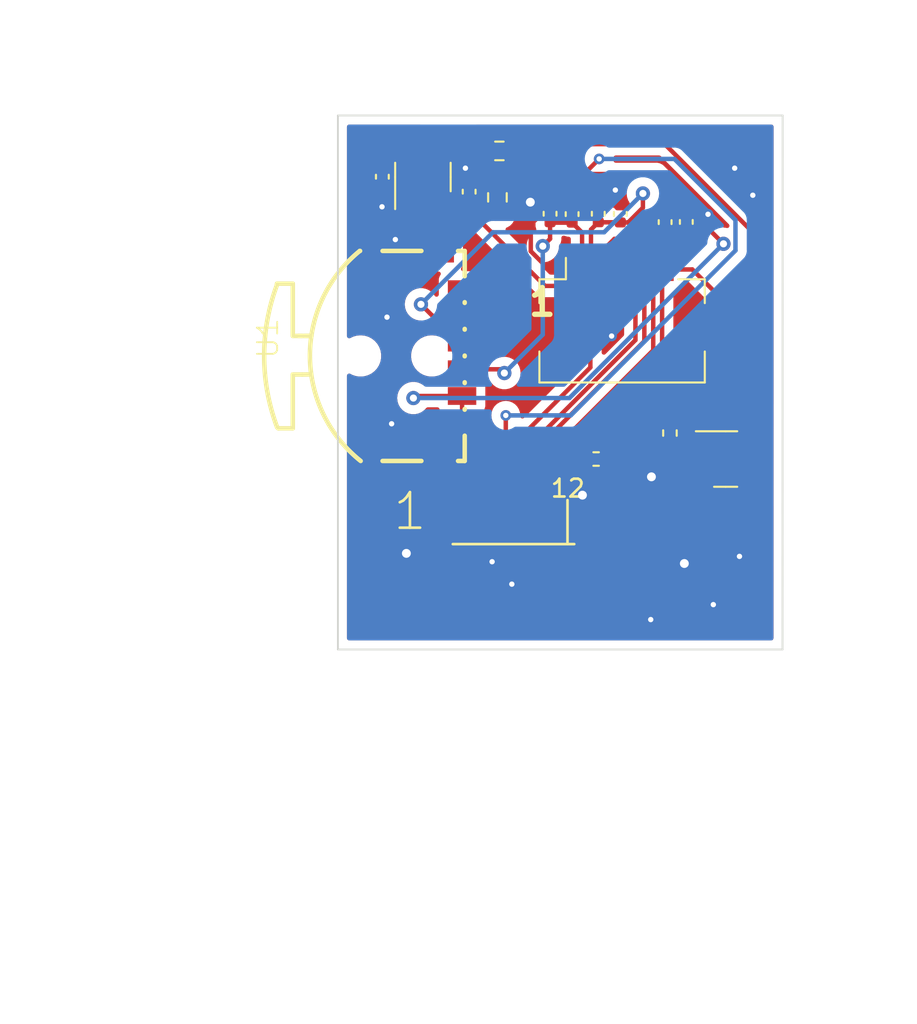
<source format=kicad_pcb>
(kicad_pcb (version 20211014) (generator pcbnew)
  (layers (0 "F.Cu" signal) (31 "B.Cu" signal) (34 "B.Paste" user) (35 "F.Paste" user) (36 "B.SilkS" user "B.Silkscreen") (37 "F.SilkS" user "F.Silkscreen") (38 "B.Mask" user) (39 "F.Mask" user) (44 "Edge.Cuts" user))
  (net 0 "")
  (net 1 "+5V")
  (net 2 "GND")
  (net 3 "+3V3")
  (net 4 "/LCD_BL")
  (net 5 "/RES")
  (net 6 "/LCD_MOSI")
  (net 7 "/LCD_SCK")
  (net 8 "/DC")
  (net 9 "/LCD_BL_VCC")
  (net 10 "Net-(Q1-Pad1)")
  (net 11 "/LEDA")
  (net 13 "Net-(J2-Pad8)")
  (net 14 "Net-(C2-Pad1)")
  (net 15 "/BTN_Down")
  (net 16 "/BTN_Left")
  (net 17 "/BTN_Right")
  (footprint "Capacitor_SMD:C_0402_1005Metric" (layer "F.Cu") (at 148.34 74.81 90)
    (fp_text reference "R3" hide)
    (fp_text value "5.1k")
    (fp_line (start -0.107836 -0.36) (end 0.107836 -0.36) (layer "F.SilkS") (width 0.12))
    (fp_line (start -0.107836 0.36) (end 0.107836 0.36) (layer "F.SilkS") (width 0.12))
    (pad "1" smd roundrect (at -0.48 0 90) (size 0.56 0.62) (layers "F.Cu" "F.Paste" "F.Mask") (net 15 "/BTN_Down"))
    (pad "2" smd roundrect (at 0.48 0 90) (size 0.56 0.62) (layers "F.Cu" "F.Paste" "F.Mask") (net 3 "+3V3"))
  )
  (footprint "Resistor_SMD:R_0402_1005Metric" (layer "F.Cu") (at 149.69 88.57)
    (fp_text reference "R2" hide)
    (fp_text value "0")
    (fp_line (start -0.153641 -0.38) (end 0.153641 -0.38) (layer "F.SilkS") (width 0.12))
    (fp_line (start -0.153641 0.38) (end 0.153641 0.38) (layer "F.SilkS") (width 0.12))
    (pad "1" smd roundrect (at -0.51 0) (size 0.54 0.64) (layers "F.Cu" "F.Paste" "F.Mask") (net 2 "GND"))
    (pad "2" smd roundrect (at 0.51 0) (size 0.54 0.64) (layers "F.Cu" "F.Paste" "F.Mask") (net 13 "Net-(J2-Pad8)"))
  )
  (footprint "Package_TO_SOT_SMD:SOT-23" (layer "F.Cu") (at 156.9725 88.57)
    (fp_text reference "Q1" hide)
    (fp_text value "AO3415A")
    (fp_line (start 0 1.56) (end 0.65 1.56) (layer "F.SilkS") (width 0.12))
    (fp_line (start 0 -1.56) (end -1.675 -1.56) (layer "F.SilkS") (width 0.12))
    (fp_line (start 0 1.56) (end -0.65 1.56) (layer "F.SilkS") (width 0.12))
    (fp_line (start 0 -1.56) (end 0.65 -1.56) (layer "F.SilkS") (width 0.12))
    (pad "1" smd roundrect (at -0.9375 -0.95) (size 1.475 0.6) (layers "F.Cu" "F.Paste" "F.Mask") (net 10 "Net-(Q1-Pad1)"))
    (pad "2" smd roundrect (at -0.9375 0.95) (size 1.475 0.6) (layers "F.Cu" "F.Paste" "F.Mask") (net 11 "/LEDA"))
    (pad "3" smd roundrect (at 0.9375 0) (size 1.475 0.6) (layers "F.Cu" "F.Paste" "F.Mask") (net 9 "/LCD_BL_VCC"))
  )
  (footprint "Resistor_SMD:R_0603_1608Metric" (layer "F.Cu") (at 144.25 71.26 180)
    (fp_text reference "D2" hide)
    (fp_text value "D")
    (fp_line (start -0.237258 -0.5225) (end 0.237258 -0.5225) (layer "F.SilkS") (width 0.12))
    (fp_line (start -0.237258 0.5225) (end 0.237258 0.5225) (layer "F.SilkS") (width 0.12))
    (pad "1" smd roundrect (at -0.825 0 180) (size 0.8 0.95) (layers "F.Cu" "F.Paste" "F.Mask") (net 9 "/LCD_BL_VCC"))
    (pad "2" smd roundrect (at 0.825 0 180) (size 0.8 0.95) (layers "F.Cu" "F.Paste" "F.Mask") (net 14 "Net-(C2-Pad1)"))
  )
  (footprint "Package_TO_SOT_SMD:SOT-23-5" (layer "F.Cu") (at 139.95 72.7275 90)
    (fp_text reference "U1" hide)
    (fp_text value "XC6209")
    (fp_line (start 0 1.56) (end -0.8 1.56) (layer "F.SilkS") (width 0.12))
    (fp_line (start 0 -1.56) (end 0.8 -1.56) (layer "F.SilkS") (width 0.12))
    (fp_line (start 0 -1.56) (end -1.8 -1.56) (layer "F.SilkS") (width 0.12))
    (fp_line (start 0 1.56) (end 0.8 1.56) (layer "F.SilkS") (width 0.12))
    (pad "1" smd roundrect (at -1.1375 -0.95 90) (size 1.325 0.6) (layers "F.Cu" "F.Paste" "F.Mask") (net 1 "+5V"))
    (pad "2" smd roundrect (at -1.1375 0 90) (size 1.325 0.6) (layers "F.Cu" "F.Paste" "F.Mask") (net 2 "GND"))
    (pad "3" smd roundrect (at -1.1375 0.95 90) (size 1.325 0.6) (layers "F.Cu" "F.Paste" "F.Mask") (net 1 "+5V"))
    (pad "4" smd roundrect (at 1.1375 0.95 90) (size 1.325 0.6) (layers "F.Cu" "F.Paste" "F.Mask"))
    (pad "5" smd roundrect (at 1.1375 -0.95 90) (size 1.325 0.6) (layers "F.Cu" "F.Paste" "F.Mask") (net 14 "Net-(C2-Pad1)"))
  )
  (footprint "Resistor_SMD:R_0402_1005Metric" (layer "F.Cu") (at 153.84 87.11 -90)
    (fp_text reference "R1" hide)
    (fp_text value "1k")
    (fp_line (start -0.153641 -0.38) (end 0.153641 -0.38) (layer "F.SilkS") (width 0.12))
    (fp_line (start -0.153641 0.38) (end 0.153641 0.38) (layer "F.SilkS") (width 0.12))
    (pad "1" smd roundrect (at -0.51 0 270) (size 0.54 0.64) (layers "F.Cu" "F.Paste" "F.Mask") (net 4 "/LCD_BL"))
    (pad "2" smd roundrect (at 0.51 0 270) (size 0.54 0.64) (layers "F.Cu" "F.Paste" "F.Mask") (net 10 "Net-(Q1-Pad1)"))
  )
  (footprint "Capacitor_SMD:C_0402_1005Metric" (layer "F.Cu") (at 154.76 75.25 90)
    (fp_text reference "C5" hide)
    (fp_text value "100nf")
    (fp_line (start -0.107836 0.36) (end 0.107836 0.36) (layer "F.SilkS") (width 0.12))
    (fp_line (start -0.107836 -0.36) (end 0.107836 -0.36) (layer "F.SilkS") (width 0.12))
    (pad "1" smd roundrect (at -0.48 0 90) (size 0.56 0.62) (layers "F.Cu" "F.Paste" "F.Mask") (net 17 "/BTN_Right"))
    (pad "2" smd roundrect (at 0.48 0 90) (size 0.56 0.62) (layers "F.Cu" "F.Paste" "F.Mask") (net 2 "GND"))
  )
  (footprint "KisonNew:C318960" (layer "F.Cu") (at 138.36 82.87 90)
    (fp_text reference "SW1" hide)
    (fp_text value "C318960")
    (fp_text user "U1" (at -0.12775 -7.1264 90) (layer "F.SilkS") (effects (font (size 1.143 1.143) (thickness 0.1)) (justify left)))
    (fp_line (start 1.57227 3.94) (end 1.60999 3.94) (layer "F.SilkS") (width 0.254))
    (fp_line (start 1.21585 -5.18375) (end 1.21585 -5.72587) (layer "F.SilkS") (width 0.254))
    (fp_line (start -3.9754 -5.72587) (end -0.95257 -5.72587) (layer "F.SilkS") (width 0.254))
    (fp_line (start 1.21585 -5.08375) (end 1.21641 -4.68414) (layer "F.SilkS") (width 0.254))
    (fp_line (start 4.1526 -5.72587) (end 4.1526 -6.61405) (layer "F.SilkS") (width 0.254))
    (fp_line (start -5.80879 3.94) (end -4.39 3.94) (layer "F.SilkS") (width 0.254))
    (fp_line (start -3.9754 -5.72587) (end -3.9754 -6.54324) (layer "F.SilkS") (width 0.254))
    (fp_line (start 4.57229 3.94) (end 5.99118 3.94) (layer "F.SilkS") (width 0.254))
    (fp_line (start -3.9754 -6.54324) (end -3.9088 -6.60996) (layer "F.SilkS") (width 0.254))
    (fp_line (start -0.95257 -5.19231) (end -0.95257 -5.72587) (layer "F.SilkS") (width 0.254))
    (fp_line (start 3.07226 3.94) (end 3.11001 3.94) (layer "F.SilkS") (width 0.254))
    (fp_line (start 0.07227 3.94) (end 0.10999 3.94) (layer "F.SilkS") (width 0.254))
    (fp_line (start 4.08811 -6.61405) (end 4.1526 -6.61405) (layer "F.SilkS") (width 0.254))
    (fp_line (start 5.99118 1.50391) (end 5.99118 -0.67983) (layer "F.SilkS") (width 0.254))
    (fp_line (start -5.80879 1.50391) (end -5.80879 -0.67977) (layer "F.SilkS") (width 0.254))
    (fp_line (start -1.42773 3.94) (end -1.39001 3.94) (layer "F.SilkS") (width 0.254))
    (fp_line (start 5.99118 3.94) (end 5.99118 3.56619) (layer "F.SilkS") (width 0.254))
    (fp_line (start -0.95257 -5.19231) (end -0.94779 -4.79338) (layer "F.SilkS") (width 0.254))
    (fp_line (start -2.92772 3.94) (end -2.89 3.94) (layer "F.SilkS") (width 0.254))
    (fp_line (start 1.21585 -5.40847) (end 1.21641 -4.68414) (layer "F.SilkS") (width 0.254))
    (fp_line (start 5.99118 -1.9421) (end 5.99118 -1.95999) (layer "F.SilkS") (width 0.254))
    (fp_line (start -5.80879 3.94) (end -5.80879 3.56619) (layer "F.SilkS") (width 0.254))
    (fp_line (start 1.21585 -5.72587) (end 4.1526 -5.72587) (layer "F.SilkS") (width 0.254))
    (fp_arc (start -3.908752 -6.609964) (mid 0.089316 -7.336887) (end 4.08814 -6.61413) (layer "F.SilkS") (width 0.254))
    (fp_arc (start -5.808797 -1.909973) (mid 0.079199 -4.763012) (end 5.99117 -1.95999) (layer "F.SilkS") (width 0.254))
    (pad "" np_thru_hole circle (at 0.09119 -1.91508 90) (size 1.30002 1.30002) (drill 1.30002) (layers *.Cu))
    (pad "" np_thru_hole circle (at 0.09119 2.08491 90) (size 1.30002 1.30002) (drill 1.30002) (layers *.Cu))
    (pad "a" smd rect (at 5.54114 -1.29994 90) (size 1.3 0.8) (layers "F.Cu" "F.Paste" "F.Mask") (net 2 "GND"))
    (pad "a" smd rect (at -5.35886 -1.29994 90) (size 1.3 0.8) (layers "F.Cu" "F.Paste" "F.Mask") (net 2 "GND"))
    (pad "b" smd rect (at 3.84115 3.79103 90) (size 1 1.6) (layers "F.Cu" "F.Paste" "F.Mask"))
    (pad "c" smd rect (at 0.84113 3.79103 90) (size 1 1.6) (layers "F.Cu" "F.Paste" "F.Mask") (net 16 "/BTN_Left"))
    (pad "c" smd rect (at 2.34113 3.79103 90) (size 1 1.6) (layers "F.Cu" "F.Paste" "F.Mask") (net 16 "/BTN_Left"))
    (pad "e" smd rect (at -0.65887 3.79103 90) (size 1 1.6) (layers "F.Cu" "F.Paste" "F.Mask") (net 15 "/BTN_Down"))
    (pad "f" smd rect (at -3.65886 3.79103 90) (size 1 1.6) (layers "F.Cu" "F.Paste" "F.Mask") (net 17 "/BTN_Right"))
    (pad "f" smd rect (at -2.15887 3.79103 90) (size 1 1.6) (layers "F.Cu" "F.Paste" "F.Mask") (net 17 "/BTN_Right"))
    (pad "s" smd rect (at 5.84114 2.53505 90) (size 1 1.6) (layers "F.Cu" "F.Paste" "F.Mask"))
    (pad "s" smd rect (at -5.65886 2.53505 90) (size 1 1.6) (layers "F.Cu" "F.Paste" "F.Mask"))
  )
  (footprint "Capacitor_SMD:C_0402_1005Metric" (layer "F.Cu") (at 147.1 74.79 90)
    (fp_text reference "C3" hide)
    (fp_text value "100nf")
    (fp_line (start -0.107836 -0.36) (end 0.107836 -0.36) (layer "F.SilkS") (width 0.12))
    (fp_line (start -0.107836 0.36) (end 0.107836 0.36) (layer "F.SilkS") (width 0.12))
    (pad "1" smd roundrect (at -0.48 0 90) (size 0.56 0.62) (layers "F.Cu" "F.Paste" "F.Mask") (net 15 "/BTN_Down"))
    (pad "2" smd roundrect (at 0.48 0 90) (size 0.56 0.62) (layers "F.Cu" "F.Paste" "F.Mask") (net 2 "GND"))
  )
  (footprint "Capacitor_SMD:C_0402_1005Metric" (layer "F.Cu") (at 149.81 74.79 90)
    (fp_text reference "R4" hide)
    (fp_text value "5.1k")
    (fp_line (start -0.107836 -0.36) (end 0.107836 -0.36) (layer "F.SilkS") (width 0.12))
    (fp_line (start -0.107836 0.36) (end 0.107836 0.36) (layer "F.SilkS") (width 0.12))
    (pad "1" smd roundrect (at -0.48 0 90) (size 0.56 0.62) (layers "F.Cu" "F.Paste" "F.Mask") (net 16 "/BTN_Left"))
    (pad "2" smd roundrect (at 0.48 0 90) (size 0.56 0.62) (layers "F.Cu" "F.Paste" "F.Mask") (net 3 "+3V3"))
  )
  (footprint "Connector_FFC-FPC:Hirose_FH12-12S-0.5SH_1x12-1MP_P0.50mm_Horizontal" (layer "F.Cu") (at 151.15 79.77)
    (fp_text reference "J1" hide)
    (fp_text value "Conn_01x12_MountingPin")
    (fp_line (start 4.65 -1.3) (end 4.65 0.04) (layer "F.SilkS") (width 0.12))
    (fp_line (start 3.16 -1.3) (end 4.65 -1.3) (layer "F.SilkS") (width 0.12))
    (fp_line (start 4.65 4.5) (end 4.65 2.76) (layer "F.SilkS") (width 0.12))
    (fp_line (start -4.65 -1.3) (end -4.65 0.04) (layer "F.SilkS") (width 0.12))
    (fp_line (start -4.65 4.5) (end 4.65 4.5) (layer "F.SilkS") (width 0.12))
    (fp_line (start -3.16 -1.3) (end -4.65 -1.3) (layer "F.SilkS") (width 0.12))
    (fp_line (start -3.16 -1.3) (end -3.16 -2.5) (layer "F.SilkS") (width 0.12))
    (fp_line (start -4.65 2.76) (end -4.65 4.5) (layer "F.SilkS") (width 0.12))
    (pad "1" smd rect (at -2.75 -1.85) (size 0.3 1.3) (layers "F.Cu" "F.Paste" "F.Mask") (net 2 "GND"))
    (pad "2" smd rect (at -2.25 -1.85) (size 0.3 1.3) (layers "F.Cu" "F.Paste" "F.Mask") (net 15 "/BTN_Down"))
    (pad "3" smd rect (at -1.75 -1.85) (size 0.3 1.3) (layers "F.Cu" "F.Paste" "F.Mask") (net 16 "/BTN_Left"))
    (pad "4" smd rect (at -1.25 -1.85) (size 0.3 1.3) (layers "F.Cu" "F.Paste" "F.Mask") (net 17 "/BTN_Right"))
    (pad "5" smd rect (at -0.75 -1.85) (size 0.3 1.3) (layers "F.Cu" "F.Paste" "F.Mask") (net 1 "+5V"))
    (pad "6" smd rect (at -0.25 -1.85) (size 0.3 1.3) (layers "F.Cu" "F.Paste" "F.Mask") (net 3 "+3V3"))
    (pad "7" smd rect (at 0.25 -1.85) (size 0.3 1.3) (layers "F.Cu" "F.Paste" "F.Mask") (net 2 "GND"))
    (pad "8" smd rect (at 0.75 -1.85) (size 0.3 1.3) (layers "F.Cu" "F.Paste" "F.Mask") (net 8 "/DC"))
    (pad "9" smd rect (at 1.25 -1.85) (size 0.3 1.3) (layers "F.Cu" "F.Paste" "F.Mask") (net 7 "/LCD_SCK"))
    (pad "10" smd rect (at 1.75 -1.85) (size 0.3 1.3) (layers "F.Cu" "F.Paste" "F.Mask") (net 6 "/LCD_MOSI"))
    (pad "11" smd rect (at 2.25 -1.85) (size 0.3 1.3) (layers "F.Cu" "F.Paste" "F.Mask") (net 5 "/RES"))
    (pad "12" smd rect (at 2.75 -1.85) (size 0.3 1.3) (layers "F.Cu" "F.Paste" "F.Mask") (net 4 "/LCD_BL"))
    (pad "MP" smd rect (at 4.65 1.4) (size 1.8 2.2) (layers "F.Cu" "F.Paste" "F.Mask") (net 2 "GND"))
    (pad "MP" smd rect (at -4.65 1.4) (size 1.8 2.2) (layers "F.Cu" "F.Paste" "F.Mask") (net 2 "GND"))
  )
  (footprint "KisonNew:FPC_welding_0.7mm_P0.4mm" (layer "F.Cu") (at 143.98 91.13)
    (fp_text reference "J2" hide)
    (fp_text value "LCD_FPC_0.7mm_welding")
    (pad "1" smd rect (at -3.87 1.14) (size 0.4 2.02) (layers "F.Cu" "F.Paste" "F.Mask") (net 2 "GND"))
    (pad "2" smd rect (at -3.17 1.14) (size 0.4 2.02) (layers "F.Cu" "F.Paste" "F.Mask") (net 2 "GND"))
    (pad "3" smd rect (at -2.47 1.14) (size 0.4 2.02) (layers "F.Cu" "F.Paste" "F.Mask") (net 11 "/LEDA"))
    (pad "4" smd rect (at -1.77 1.14) (size 0.4 2.02) (layers "F.Cu" "F.Paste" "F.Mask") (net 3 "+3V3"))
    (pad "5" smd rect (at -1.07 1.14) (size 0.4 2.02) (layers "F.Cu" "F.Paste" "F.Mask") (net 2 "GND"))
    (pad "6" smd rect (at -0.37 1.14) (size 0.4 2.02) (layers "F.Cu" "F.Paste" "F.Mask") (net 2 "GND"))
    (pad "7" smd rect (at 0.33 1.14) (size 0.4 2.02) (layers "F.Cu" "F.Paste" "F.Mask") (net 8 "/DC"))
    (pad "8" smd rect (at 1.03 1.14) (size 0.4 2.02) (layers "F.Cu" "F.Paste" "F.Mask") (net 13 "Net-(J2-Pad8)"))
    (pad "9" smd rect (at 1.73 1.14) (size 0.4 2.02) (layers "F.Cu" "F.Paste" "F.Mask") (net 7 "/LCD_SCK"))
    (pad "10" smd rect (at 2.43 1.14) (size 0.4 2.02) (layers "F.Cu" "F.Paste" "F.Mask") (net 6 "/LCD_MOSI"))
    (pad "11" smd rect (at 3.13 1.14) (size 0.4 2.02) (layers "F.Cu" "F.Paste" "F.Mask") (net 5 "/RES"))
    (pad "12" smd rect (at 3.83 1.14) (size 0.4 2.02) (layers "F.Cu" "F.Paste" "F.Mask") (net 2 "GND"))
  )
  (footprint "Capacitor_SMD:C_0402_1005Metric" (layer "F.Cu") (at 151.05 74.8 90)
    (fp_text reference "C4" hide)
    (fp_text value "100nf")
    (fp_line (start -0.107836 -0.36) (end 0.107836 -0.36) (layer "F.SilkS") (width 0.12))
    (fp_line (start -0.107836 0.36) (end 0.107836 0.36) (layer "F.SilkS") (width 0.12))
    (pad "1" smd roundrect (at -0.48 0 90) (size 0.56 0.62) (layers "F.Cu" "F.Paste" "F.Mask") (net 16 "/BTN_Left"))
    (pad "2" smd roundrect (at 0.48 0 90) (size 0.56 0.62) (layers "F.Cu" "F.Paste" "F.Mask") (net 2 "GND"))
  )
  (footprint "Capacitor_SMD:C_0402_1005Metric" (layer "F.Cu") (at 137.67 72.71 -90)
    (fp_text reference "C2" hide)
    (fp_text value "1uf")
    (fp_line (start -0.107836 0.36) (end 0.107836 0.36) (layer "F.SilkS") (width 0.12))
    (fp_line (start -0.107836 -0.36) (end 0.107836 -0.36) (layer "F.SilkS") (width 0.12))
    (pad "1" smd roundrect (at -0.48 0 270) (size 0.56 0.62) (layers "F.Cu" "F.Paste" "F.Mask") (net 14 "Net-(C2-Pad1)"))
    (pad "2" smd roundrect (at 0.48 0 270) (size 0.56 0.62) (layers "F.Cu" "F.Paste" "F.Mask") (net 2 "GND"))
  )
  (footprint "Capacitor_SMD:C_0402_1005Metric" (layer "F.Cu") (at 153.57 75.26 90)
    (fp_text reference "R5" hide)
    (fp_text value "5.1k")
    (fp_line (start -0.107836 0.36) (end 0.107836 0.36) (layer "F.SilkS") (width 0.12))
    (fp_line (start -0.107836 -0.36) (end 0.107836 -0.36) (layer "F.SilkS") (width 0.12))
    (pad "1" smd roundrect (at -0.48 0 90) (size 0.56 0.62) (layers "F.Cu" "F.Paste" "F.Mask") (net 17 "/BTN_Right"))
    (pad "2" smd roundrect (at 0.48 0 90) (size 0.56 0.62) (layers "F.Cu" "F.Paste" "F.Mask") (net 3 "+3V3"))
  )
  (footprint "Capacitor_SMD:C_0402_1005Metric" (layer "F.Cu") (at 142.55 73.55 90)
    (fp_text reference "C1" hide)
    (fp_text value "1uf")
    (fp_line (start -0.107836 0.36) (end 0.107836 0.36) (layer "F.SilkS") (width 0.12))
    (fp_line (start -0.107836 -0.36) (end 0.107836 -0.36) (layer "F.SilkS") (width 0.12))
    (pad "1" smd roundrect (at -0.48 0 90) (size 0.56 0.62) (layers "F.Cu" "F.Paste" "F.Mask") (net 1 "+5V"))
    (pad "2" smd roundrect (at 0.48 0 90) (size 0.56 0.62) (layers "F.Cu" "F.Paste" "F.Mask") (net 2 "GND"))
  )
  (footprint "Resistor_SMD:R_0603_1608Metric" (layer "F.Cu") (at 144.14 73.87 -90)
    (fp_text reference "D1" hide)
    (fp_text value "D")
    (fp_line (start -0.237258 0.5225) (end 0.237258 0.5225) (layer "F.SilkS") (width 0.12))
    (fp_line (start -0.237258 -0.5225) (end 0.237258 -0.5225) (layer "F.SilkS") (width 0.12))
    (pad "1" smd roundrect (at -0.825 0 270) (size 0.8 0.95) (layers "F.Cu" "F.Paste" "F.Mask") (net 9 "/LCD_BL_VCC"))
    (pad "2" smd roundrect (at 0.825 0 270) (size 0.8 0.95) (layers "F.Cu" "F.Paste" "F.Mask") (net 3 "+3V3"))
  )
  (gr_line (start 141.63 93.35) (end 148.46 93.35) (layer "F.SilkS") (width 0.15))
  (gr_line (start 148.08 93.35) (end 148.08 90.88) (layer "F.SilkS") (width 0.15))
  (gr_line (start 135.17 99.27) (end 160.17 99.27) (layer "Edge.Cuts") (width 0.1))
  (gr_line (start 160.175 69.27) (end 160.17 99.27) (layer "Edge.Cuts") (width 0.1))
  (gr_line (start 135.17 99.27) (end 135.17 69.27) (layer "Edge.Cuts") (width 0.1))
  (gr_line (start 160.175 69.27) (end 135.17 69.27) (layer "Edge.Cuts") (width 0.1))
  (gr_text "12" (at 148.1 90.22) (layer "F.SilkS") (effects (font (size 1 1))))
  (gr_text "1" (at 139.22 91.51) (layer "F.SilkS") (effects (font (size 2 2))))
  (gr_text "1" (at 146.66 79.76) (layer "F.SilkS") (effects (font (size 1.5 1.5) (thickness 0.3))))
  (segment (start 142.55 74.03) (end 141.065 74.03) (width 0.25) (layer "F.Cu") (net 1))
  (segment (start 146.814511 78.844511) (end 142.55 74.58) (width 0.25) (layer "F.Cu") (net 1))
  (segment (start 142.55 74.58) (end 142.55 74.03) (width 0.25) (layer "F.Cu") (net 1))
  (segment (start 141.065 74.03) (end 140.9 73.865) (width 0.25) (layer "F.Cu") (net 1))
  (segment (start 140.9 74.177861) (end 140.275841 74.80202) (width 0.25) (layer "F.Cu") (net 1))
  (segment (start 140.275841 74.80202) (end 139.624159 74.80202) (width 0.25) (layer "F.Cu") (net 1))
  (segment (start 150.4 78.82) (end 150.375489 78.844511) (width 0.25) (layer "F.Cu") (net 1))
  (segment (start 139 74.177861) (end 139 73.865) (width 0.25) (layer "F.Cu") (net 1))
  (segment (start 139.624159 74.80202) (end 139 74.177861) (width 0.25) (layer "F.Cu") (net 1))
  (segment (start 150.4 77.92) (end 150.4 78.82) (width 0.25) (layer "F.Cu") (net 1))
  (segment (start 140.9 73.865) (end 140.9 74.177861) (width 0.25) (layer "F.Cu") (net 1))
  (segment (start 150.375489 78.844511) (end 146.814511 78.844511) (width 0.25) (layer "F.Cu") (net 1))
  (segment (start 146.015489 75.394511) (end 146.015489 76.895489) (width 0.25) (layer "F.Cu") (net 2))
  (segment (start 146.015489 76.895489) (end 147.04 77.92) (width 0.25) (layer "F.Cu") (net 2))
  (segment (start 147.1 74.31) (end 146.015489 75.394511) (width 0.25) (layer "F.Cu") (net 2))
  (segment (start 150.77 73.46) (end 150.77 74.04) (width 0.25) (layer "F.Cu") (net 2))
  (segment (start 140.79 72.66) (end 142.14 72.66) (width 0.25) (layer "F.Cu") (net 2))
  (segment (start 151.4 80.82) (end 150.56 81.66) (width 0.25) (layer "F.Cu") (net 2))
  (segment (start 147.04 77.92) (end 148.4 77.92) (width 0.25) (layer "F.Cu") (net 2))
  (segment (start 142.14 72.66) (end 142.55 73.07) (width 0.25) (layer "F.Cu") (net 2))
  (segment (start 139.95 73.865) (end 139.95 73.5) (width 0.25) (layer "F.Cu") (net 2))
  (segment (start 151.4 77.92) (end 151.4 80.82) (width 0.25) (layer "F.Cu") (net 2))
  (segment (start 150.77 74.04) (end 151.05 74.32) (width 0.25) (layer "F.Cu") (net 2))
  (segment (start 139.95 73.5) (end 140.79 72.66) (width 0.25) (layer "F.Cu") (net 2))
  (via (at 137.65 74.4) (size 0.6) (drill 0.3) (layers "F.Cu" "B.Cu") (net 2))
  (via (at 145.99 74.14) (size 0.8) (drill 0.5) (layers "F.Cu" "B.Cu") (net 2))
  (via (at 158.5 73.75) (size 0.6) (drill 0.3) (layers "F.Cu" "B.Cu") (net 2))
  (via (at 150.56 81.66) (size 0.6) (drill 0.3) (layers "F.Cu" "B.Cu") (net 2))
  (via (at 156.28 96.75) (size 0.6) (drill 0.3) (layers "F.Cu" "B.Cu") (net 2))
  (via (at 157.48 72.23) (size 0.6) (drill 0.3) (layers "F.Cu" "B.Cu") (net 2))
  (via (at 152.76 97.59) (size 0.6) (drill 0.3) (layers "F.Cu" "B.Cu") (net 2))
  (via (at 152.8 89.57) (size 0.8) (drill 0.5) (layers "F.Cu" "B.Cu") (net 2))
  (via (at 139.02 93.87) (size 0.8) (drill 0.5) (layers "F.Cu" "B.Cu") (net 2))
  (via (at 138.19 86.59) (size 0.6) (drill 0.3) (layers "F.Cu" "B.Cu") (net 2))
  (via (at 142.34 72.23) (size 0.6) (drill 0.3) (layers "F.Cu" "B.Cu") (net 2))
  (via (at 155.98 74.82) (size 0.6) (drill 0.3) (layers "F.Cu" "B.Cu") (net 2))
  (via (at 154.65 94.44) (size 0.8) (drill 0.5) (layers "F.Cu" "B.Cu") (net 2))
  (via (at 148.92 90.6) (size 0.8) (drill 0.5) (layers "F.Cu" "B.Cu") (net 2))
  (via (at 143.84 94.34) (size 0.6) (drill 0.3) (layers "F.Cu" "B.Cu") (net 2))
  (via (at 137.93 80.6) (size 0.6) (drill 0.3) (layers "F.Cu" "B.Cu") (net 2))
  (via (at 157.75 94.04) (size 0.6) (drill 0.3) (layers "F.Cu" "B.Cu") (net 2))
  (via (at 144.95 95.6) (size 0.6) (drill 0.3) (layers "F.Cu" "B.Cu") (net 2))
  (via (at 150.77 73.46) (size 0.6) (drill 0.3) (layers "F.Cu" "B.Cu") (net 2))
  (via (at 138.4 76.24) (size 0.6) (drill 0.3) (layers "F.Cu" "B.Cu") (net 2))
  (segment (start 143.975 88.815) (end 144.61 88.18) (width 0.25) (layer "F.Cu") (net 3))
  (segment (start 149.79 74.33) (end 149.81 74.31) (width 0.25) (layer "F.Cu") (net 3))
  (segment (start 144.61 88.18) (end 144.61 86.12) (width 0.25) (layer "F.Cu") (net 3))
  (segment (start 147.42 72.56) (end 148.34 73.48) (width 0.25) (layer "F.Cu") (net 3))
  (segment (start 142.21 92.27) (end 142.21 90.58) (width 0.25) (layer "F.Cu") (net 3))
  (segment (start 153.06 72.56) (end 153.57 73.07) (width 0.25) (layer "F.Cu") (net 3))
  (segment (start 146.275 72.56) (end 147.17 72.56) (width 0.25) (layer "F.Cu") (net 3))
  (segment (start 149.86 71.71) (end 149.89 71.68) (width 0.25) (layer "F.Cu") (net 3))
  (segment (start 143.975 88.815) (end 149.365 83.425) (width 0.25) (layer "F.Cu") (net 3))
  (segment (start 153.57 73.07) (end 153.57 74.78) (width 0.25) (layer "F.Cu") (net 3))
  (segment (start 147.17 72.56) (end 147.42 72.56) (width 0.25) (layer "F.Cu") (net 3))
  (segment (start 149.365 81.415) (end 149.365 83.425) (width 0.25) (layer "F.Cu") (net 3))
  (segment (start 148.34 73.48) (end 148.34 74.33) (width 0.25) (layer "F.Cu") (net 3))
  (segment (start 150.9 79.88) (end 149.365 81.415) (width 0.25) (layer "F.Cu") (net 3))
  (segment (start 149.01 72.56) (end 153.06 72.56) (width 0.25) (layer "F.Cu") (net 3))
  (segment (start 144.14 74.695) (end 146.275 72.56) (width 0.25) (layer "F.Cu") (net 3))
  (segment (start 149.01 72.56) (end 149.86 71.71) (width 0.25) (layer "F.Cu") (net 3))
  (segment (start 142.21 90.58) (end 143.975 88.815) (width 0.25) (layer "F.Cu") (net 3))
  (segment (start 147.17 72.56) (end 149.01 72.56) (width 0.25) (layer "F.Cu") (net 3))
  (segment (start 148.34 74.33) (end 149.79 74.33) (width 0.25) (layer "F.Cu") (net 3))
  (segment (start 150.9 77.92) (end 150.9 79.88) (width 0.25) (layer "F.Cu") (net 3))
  (via (at 144.61 86.12) (size 0.6) (drill 0.3) (layers "F.Cu" "B.Cu") (net 3))
  (via (at 149.86 71.71) (size 0.6) (drill 0.3) (layers "F.Cu" "B.Cu") (net 3))
  (segment (start 148.26 86.12) (end 144.61 86.12) (width 0.25) (layer "B.Cu") (net 3))
  (segment (start 154.09 71.71) (end 157.524511 75.144511) (width 0.25) (layer "B.Cu") (net 3))
  (segment (start 149.86 71.71) (end 154.09 71.71) (width 0.25) (layer "B.Cu") (net 3))
  (segment (start 157.524511 76.855489) (end 148.26 86.12) (width 0.25) (layer "B.Cu") (net 3))
  (segment (start 157.524511 75.144511) (end 157.524511 76.855489) (width 0.25) (layer "B.Cu") (net 3))
  (segment (start 155.099022 77.92) (end 157.89 80.710978) (width 0.25) (layer "F.Cu") (net 4))
  (segment (start 157.89 82.55) (end 153.84 86.6) (width 0.25) (layer "F.Cu") (net 4))
  (segment (start 153.9 77.92) (end 155.099022 77.92) (width 0.25) (layer "F.Cu") (net 4))
  (segment (start 157.89 80.710978) (end 157.89 82.55) (width 0.25) (layer "F.Cu") (net 4))
  (segment (start 153.4 82.95) (end 147.11 89.24) (width 0.25) (layer "F.Cu") (net 5))
  (segment (start 153.4 77.92) (end 153.4 82.95) (width 0.25) (layer "F.Cu") (net 5))
  (segment (start 147.11 89.24) (end 147.11 92.27) (width 0.25) (layer "F.Cu") (net 5))
  (segment (start 146.41 92.27) (end 146.41 88.95) (width 0.25) (layer "F.Cu") (net 6))
  (segment (start 152.9 82.46) (end 152.9 77.92) (width 0.25) (layer "F.Cu") (net 6))
  (segment (start 146.41 88.95) (end 152.9 82.46) (width 0.25) (layer "F.Cu") (net 6))
  (segment (start 152.4 77.92) (end 152.4 81.95) (width 0.25) (layer "F.Cu") (net 7))
  (segment (start 145.71 88.64) (end 145.71 92.27) (width 0.25) (layer "F.Cu") (net 7))
  (segment (start 152.4 81.95) (end 145.71 88.64) (width 0.25) (layer "F.Cu") (net 7))
  (segment (start 151.9 77.92) (end 151.9 81.884994) (width 0.25) (layer "F.Cu") (net 8))
  (segment (start 144.31 89.474994) (end 144.31 92.27) (width 0.25) (layer "F.Cu") (net 8))
  (segment (start 151.9 81.884994) (end 144.31 89.474994) (width 0.25) (layer "F.Cu") (net 8))
  (segment (start 157.91 88.57) (end 158.57 87.91) (width 0.25) (layer "F.Cu") (net 9))
  (segment (start 153.55 70.88) (end 145.455 70.88) (width 0.25) (layer "F.Cu") (net 9))
  (segment (start 158.57 75.9) (end 153.55 70.88) (width 0.25) (layer "F.Cu") (net 9))
  (segment (start 145.455 70.88) (end 145.075 71.26) (width 0.25) (layer "F.Cu") (net 9))
  (segment (start 145.075 72.11) (end 144.14 73.045) (width 0.25) (layer "F.Cu") (net 9))
  (segment (start 158.57 87.91) (end 158.57 75.9) (width 0.25) (layer "F.Cu") (net 9))
  (segment (start 145.075 71.26) (end 145.075 72.11) (width 0.25) (layer "F.Cu") (net 9))
  (segment (start 153.84 87.62) (end 156.035 87.62) (width 0.25) (layer "F.Cu") (net 10))
  (segment (start 144.4 96.67) (end 141.51 93.78) (width 0.25) (layer "F.Cu") (net 11))
  (segment (start 155.46 89.52) (end 148.31 96.67) (width 0.25) (layer "F.Cu") (net 11))
  (segment (start 141.51 93.78) (end 141.51 92.27) (width 0.25) (layer "F.Cu") (net 11))
  (segment (start 156.035 89.52) (end 155.46 89.52) (width 0.25) (layer "F.Cu") (net 11))
  (segment (start 148.31 96.67) (end 144.4 96.67) (width 0.25) (layer "F.Cu") (net 11))
  (segment (start 145.01 94.14) (end 145.83 94.96) (width 0.25) (layer "F.Cu") (net 13))
  (segment (start 145.83 94.96) (end 149.15 94.96) (width 0.25) (layer "F.Cu") (net 13))
  (segment (start 149.15 94.96) (end 150.2 93.91) (width 0.25) (layer "F.Cu") (net 13))
  (segment (start 145.01 92.27) (end 145.01 94.14) (width 0.25) (layer "F.Cu") (net 13))
  (segment (start 150.2 93.91) (end 150.2 88.57) (width 0.25) (layer "F.Cu") (net 13))
  (segment (start 138.36 72.23) (end 139 71.59) (width 0.25) (layer "F.Cu") (net 14))
  (segment (start 142.81798 70.65298) (end 139.93702 70.65298) (width 0.25) (layer "F.Cu") (net 14))
  (segment (start 137.67 72.23) (end 138.36 72.23) (width 0.25) (layer "F.Cu") (net 14))
  (segment (start 143.425 71.26) (end 142.81798 70.65298) (width 0.25) (layer "F.Cu") (net 14))
  (segment (start 139.93702 70.65298) (end 139 71.59) (width 0.25) (layer "F.Cu") (net 14))
  (segment (start 147.12 75.29) (end 147.1 75.27) (width 0.25) (layer "F.Cu") (net 15))
  (segment (start 142.15103 83.52887) (end 144.31887 83.52887) (width 0.25) (layer "F.Cu") (net 15))
  (segment (start 148.9 77.92) (end 148.9 75.85) (width 0.25) (layer "F.Cu") (net 15))
  (segment (start 148.34 75.29) (end 147.12 75.29) (width 0.25) (layer "F.Cu") (net 15))
  (segment (start 144.31887 83.52887) (end 144.53 83.74) (width 0.25) (layer "F.Cu") (net 15))
  (segment (start 147.1 76.2) (end 146.69 76.61) (width 0.25) (layer "F.Cu") (net 15))
  (segment (start 147.1 75.27) (end 147.1 76.2) (width 0.25) (layer "F.Cu") (net 15))
  (segment (start 148.9 75.85) (end 148.34 75.29) (width 0.25) (layer "F.Cu") (net 15))
  (via (at 144.53 83.74) (size 0.8) (drill 0.4) (layers "F.Cu" "B.Cu") (net 15))
  (via (at 146.69 76.61) (size 0.8) (drill 0.4) (layers "F.Cu" "B.Cu") (net 15))
  (segment (start 146.69 76.61) (end 146.69 81.58) (width 0.25) (layer "B.Cu") (net 15))
  (segment (start 146.69 81.58) (end 144.53 83.74) (width 0.25) (layer "B.Cu") (net 15))
  (segment (start 140.48887 80.52887) (end 139.84 79.88) (width 0.25) (layer "F.Cu") (net 16))
  (segment (start 151.44 75.28) (end 151.49 75.28) (width 0.25) (layer "F.Cu") (net 16))
  (segment (start 142.15103 80.52887) (end 140.48887 80.52887) (width 0.25) (layer "F.Cu") (net 16))
  (segment (start 152.32 74.45) (end 152.32 73.65) (width 0.25) (layer "F.Cu") (net 16))
  (segment (start 149.4 75.68) (end 149.81 75.27) (width 0.25) (layer "F.Cu") (net 16))
  (segment (start 142.15103 82.02887) (end 142.15103 80.52887) (width 0.25) (layer "F.Cu") (net 16))
  (segment (start 151.49 75.28) (end 152.32 74.45) (width 0.25) (layer "F.Cu") (net 16))
  (segment (start 149.81 75.27) (end 151.04 75.27) (width 0.25) (layer "F.Cu") (net 16))
  (segment (start 139.84 79.88) (end 139.78 79.82) (width 0.25) (layer "F.Cu") (net 16))
  (segment (start 149.4 77.92) (end 149.4 75.68) (width 0.25) (layer "F.Cu") (net 16))
  (segment (start 151.05 75.28) (end 151.44 75.28) (width 0.25) (layer "F.Cu") (net 16))
  (segment (start 151.04 75.27) (end 151.05 75.28) (width 0.25) (layer "F.Cu") (net 16))
  (via (at 152.32 73.65) (size 0.8) (drill 0.4) (layers "F.Cu" "B.Cu") (net 16))
  (via (at 139.84 79.88) (size 0.8) (drill 0.4) (layers "F.Cu" "B.Cu") (net 16))
  (segment (start 139.84 79.88) (end 143.625 76.095) (width 0.25) (layer "B.Cu") (net 16))
  (segment (start 150.14 75.83) (end 143.89 75.83) (width 0.25) (layer "B.Cu") (net 16))
  (segment (start 143.89 75.83) (end 143.625 76.095) (width 0.25) (layer "B.Cu") (net 16))
  (segment (start 152.32 73.65) (end 150.14 75.83) (width 0.25) (layer "B.Cu") (net 16))
  (segment (start 149.9 77.02) (end 150.72 76.2) (width 0.25) (layer "F.Cu") (net 17))
  (segment (start 154.75 75.74) (end 154.76 75.73) (width 0.25) (layer "F.Cu") (net 17))
  (segment (start 142.15103 85.02887) (end 139.53113 85.02887) (width 0.25) (layer "F.Cu") (net 17))
  (segment (start 154.76 75.73) (end 156.1 75.73) (width 0.25) (layer "F.Cu") (net 17))
  (segment (start 149.9 77.92) (end 149.9 77.02) (width 0.25) (layer "F.Cu") (net 17))
  (segment (start 156.1 75.73) (end 156.85 76.48) (width 0.25) (layer "F.Cu") (net 17))
  (segment (start 150.72 76.2) (end 153.11 76.2) (width 0.25) (layer "F.Cu") (net 17))
  (segment (start 139.53113 85.02887) (end 139.415 85.145) (width 0.25) (layer "F.Cu") (net 17))
  (segment (start 139.415 85.145) (end 139.39 85.17) (width 0.25) (layer "F.Cu") (net 17))
  (segment (start 142.15103 85.02887) (end 142.15103 86.52886) (width 0.25) (layer "F.Cu") (net 17))
  (segment (start 156.85 76.48) (end 156.97 76.6) (width 0.25) (layer "F.Cu") (net 17))
  (segment (start 153.57 75.74) (end 154.75 75.74) (width 0.25) (layer "F.Cu") (net 17))
  (segment (start 153.11 76.2) (end 153.57 75.74) (width 0.25) (layer "F.Cu") (net 17))
  (via (at 139.415 85.145) (size 0.8) (drill 0.4) (layers "F.Cu" "B.Cu") (net 17))
  (via (at 156.85 76.48) (size 0.8) (drill 0.4) (layers "F.Cu" "B.Cu") (net 17))
  (segment (start 148.185 85.145) (end 156.85 76.48) (width 0.25) (layer "B.Cu") (net 17))
  (segment (start 139.415 85.145) (end 148.185 85.145) (width 0.25) (layer "B.Cu") (net 17))
  (zone (net 2) (net_name "GND") (layers F&B.Cu) (connect_pads thru_hole_only (clearance 0.508)) (min_thickness 0.254) (fill yes (thermal_gap 0.508) (thermal_bridge_width 0.508))
    (polygon (pts (xy 167.74 120.32) (xy 116.17 119.07) (xy 132.95 65.94) (xy 167.74 64.18)))
  )
)
</source>
